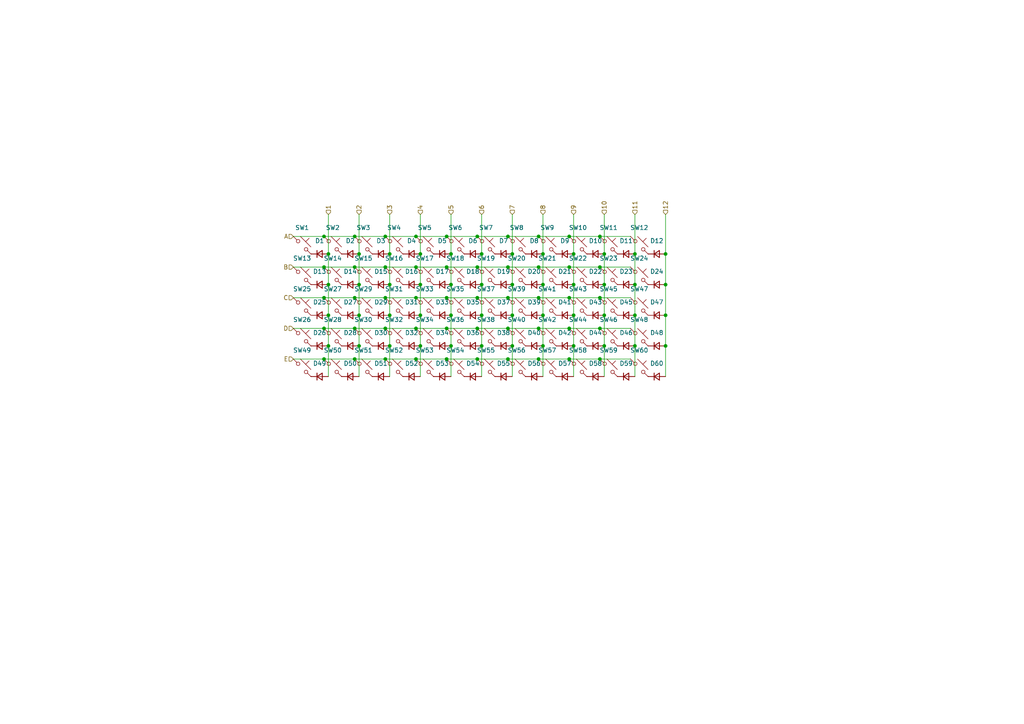
<source format=kicad_sch>
(kicad_sch (version 20250114) (generator "eeschema") (generator_version "9.0")
  (paper "A4")
  (lib_symbols
    (symbol "Device:D_Small" (pin_numbers (hide yes)) (pin_names (offset 0.254) (hide yes))
      (property "Reference" "D" (at -1.27 2.032 0))
      (property "Value" "D_Small" (at -3.81 -2.032 0))
      (symbol "D_Small_0_1"
        (polyline (pts (xy -0.762 0) (xy 0.762 0)))
        (polyline (pts (xy -0.762 -1.016) (xy -0.762 1.016)) (stroke (width 0.254)))
        (polyline (pts (xy 0.762 -1.016) (xy -0.762 0) (xy 0.762 1.016) (xy 0.762 -1.016)) (stroke (width 0.254)))
      )
      (symbol "D_Small_1_1"
        (pin passive line (at -2.54 0 0) (length 1.778) (name "K") (number "1"))
        (pin passive line (at 2.54 0 180) (length 1.778) (name "A") (number "2"))
      )
    )
    (symbol "Switch:SW_Push_45deg" (pin_numbers (hide yes)) (pin_names (offset 1.016) (hide yes))
      (property "Reference" "SW" (at 3.048 1.016 0))
      (property "Value" "SW_Push_45deg" (at 0 -3.81 0))
      (symbol "SW_Push_45deg_0_1"
        (polyline (pts (xy -2.54 2.54) (xy -1.524 1.524) (xy -1.524 1.524)))
        (circle (center -1.1684 1.1684) (radius 0.508))
        (polyline (pts (xy -0.508 2.54) (xy 2.54 -0.508)))
        (polyline (pts (xy 1.016 1.016) (xy 2.032 2.032)))
        (circle (center 1.143 -1.1938) (radius 0.508))
        (polyline (pts (xy 1.524 -1.524) (xy 2.54 -2.54) (xy 2.54 -2.54) (xy 2.54 -2.54)))
        (pin passive line (at -2.54 2.54 0) (length 0) (name "1") (number "1"))
        (pin passive line (at 2.54 -2.54 180) (length 0) (name "2") (number "2"))
      )
    )
  )
  (junction (at 156.21 77.47))
  (junction (at 156.21 68.58))
  (junction (at 166.37 73.66))
  (junction (at 93.98 77.47))
  (junction (at 165.1 68.58))
  (junction (at 157.48 91.44))
  (junction (at 166.37 100.33))
  (junction (at 147.32 95.25))
  (junction (at 156.21 104.14))
  (junction (at 166.37 91.44))
  (junction (at 93.98 104.14))
  (junction (at 175.26 82.55))
  (junction (at 102.87 95.25))
  (junction (at 147.32 77.47))
  (junction (at 139.7 82.55))
  (junction (at 184.15 73.66))
  (junction (at 147.32 104.14))
  (junction (at 129.54 104.14))
  (junction (at 157.48 73.66))
  (junction (at 139.7 73.66))
  (junction (at 129.54 77.47))
  (junction (at 111.76 68.58))
  (junction (at 111.76 95.25))
  (junction (at 111.76 77.47))
  (junction (at 165.1 77.47))
  (junction (at 173.99 77.47))
  (junction (at 147.32 86.36))
  (junction (at 121.92 73.66))
  (junction (at 156.21 95.25))
  (junction (at 138.43 104.14))
  (junction (at 130.81 73.66))
  (junction (at 102.87 86.36))
  (junction (at 104.14 73.66))
  (junction (at 95.25 100.33))
  (junction (at 113.03 91.44))
  (junction (at 111.76 86.36))
  (junction (at 175.26 100.33))
  (junction (at 102.87 104.14))
  (junction (at 93.98 95.25))
  (junction (at 129.54 68.58))
  (junction (at 157.48 82.55))
  (junction (at 193.04 100.33))
  (junction (at 139.7 100.33))
  (junction (at 138.43 86.36))
  (junction (at 120.65 77.47))
  (junction (at 173.99 86.36))
  (junction (at 121.92 82.55))
  (junction (at 138.43 68.58))
  (junction (at 102.87 68.58))
  (junction (at 104.14 91.44))
  (junction (at 120.65 68.58))
  (junction (at 139.7 91.44))
  (junction (at 184.15 100.33))
  (junction (at 113.03 73.66))
  (junction (at 193.04 82.55))
  (junction (at 121.92 100.33))
  (junction (at 173.99 95.25))
  (junction (at 173.99 104.14))
  (junction (at 102.87 77.47))
  (junction (at 148.59 82.55))
  (junction (at 147.32 68.58))
  (junction (at 111.76 104.14))
  (junction (at 130.81 91.44))
  (junction (at 120.65 95.25))
  (junction (at 148.59 100.33))
  (junction (at 184.15 82.55))
  (junction (at 184.15 91.44))
  (junction (at 95.25 82.55))
  (junction (at 104.14 100.33))
  (junction (at 120.65 104.14))
  (junction (at 166.37 82.55))
  (junction (at 130.81 100.33))
  (junction (at 193.04 91.44))
  (junction (at 129.54 86.36))
  (junction (at 138.43 77.47))
  (junction (at 148.59 73.66))
  (junction (at 165.1 104.14))
  (junction (at 129.54 95.25))
  (junction (at 130.81 82.55))
  (junction (at 113.03 82.55))
  (junction (at 93.98 68.58))
  (junction (at 156.21 86.36))
  (junction (at 104.14 82.55))
  (junction (at 165.1 86.36))
  (junction (at 193.04 73.66))
  (junction (at 173.99 68.58))
  (junction (at 113.03 100.33))
  (junction (at 93.98 86.36))
  (junction (at 95.25 73.66))
  (junction (at 138.43 95.25))
  (junction (at 95.25 91.44))
  (junction (at 148.59 91.44))
  (junction (at 121.92 91.44))
  (junction (at 157.48 100.33))
  (junction (at 120.65 86.36))
  (junction (at 175.26 73.66))
  (junction (at 165.1 95.25))
  (junction (at 175.26 91.44))
  (wire (pts (xy 95.25 82.55) (xy 95.25 91.44)))
  (wire (pts (xy 129.54 68.58) (xy 138.43 68.58)))
  (wire (pts (xy 138.43 86.36) (xy 147.32 86.36)))
  (wire (pts (xy 104.14 100.33) (xy 104.14 109.22)))
  (wire (pts (xy 111.76 77.47) (xy 120.65 77.47)))
  (wire (pts (xy 139.7 73.66) (xy 139.7 82.55)))
  (wire (pts (xy 147.32 77.47) (xy 156.21 77.47)))
  (wire (pts (xy 121.92 73.66) (xy 121.92 82.55)))
  (wire (pts (xy 130.81 100.33) (xy 130.81 109.22)))
  (wire (pts (xy 95.25 91.44) (xy 95.25 100.33)))
  (wire (pts (xy 130.81 62.23) (xy 130.81 73.66)))
  (wire (pts (xy 102.87 104.14) (xy 111.76 104.14)))
  (wire (pts (xy 104.14 62.23) (xy 104.14 73.66)))
  (wire (pts (xy 173.99 95.25) (xy 182.88 95.25)))
  (wire (pts (xy 184.15 91.44) (xy 184.15 100.33)))
  (wire (pts (xy 120.65 95.25) (xy 129.54 95.25)))
  (wire (pts (xy 193.04 100.33) (xy 193.04 109.22)))
  (wire (pts (xy 173.99 77.47) (xy 182.88 77.47)))
  (wire (pts (xy 121.92 100.33) (xy 121.92 109.22)))
  (wire (pts (xy 93.98 68.58) (xy 102.87 68.58)))
  (wire (pts (xy 120.65 68.58) (xy 129.54 68.58)))
  (wire (pts (xy 173.99 86.36) (xy 182.88 86.36)))
  (wire (pts (xy 138.43 77.47) (xy 147.32 77.47)))
  (wire (pts (xy 85.09 68.58) (xy 93.98 68.58)))
  (wire (pts (xy 85.09 104.14) (xy 93.98 104.14)))
  (wire (pts (xy 139.7 82.55) (xy 139.7 91.44)))
  (wire (pts (xy 93.98 77.47) (xy 102.87 77.47)))
  (wire (pts (xy 157.48 91.44) (xy 157.48 100.33)))
  (wire (pts (xy 85.09 95.25) (xy 93.98 95.25)))
  (wire (pts (xy 175.26 82.55) (xy 175.26 91.44)))
  (wire (pts (xy 104.14 73.66) (xy 104.14 82.55)))
  (wire (pts (xy 165.1 68.58) (xy 173.99 68.58)))
  (wire (pts (xy 130.81 91.44) (xy 130.81 100.33)))
  (wire (pts (xy 93.98 95.25) (xy 102.87 95.25)))
  (wire (pts (xy 184.15 100.33) (xy 184.15 109.22)))
  (wire (pts (xy 184.15 73.66) (xy 184.15 82.55)))
  (wire (pts (xy 156.21 104.14) (xy 165.1 104.14)))
  (wire (pts (xy 95.25 62.23) (xy 95.25 73.66)))
  (wire (pts (xy 130.81 82.55) (xy 130.81 91.44)))
  (wire (pts (xy 120.65 104.14) (xy 129.54 104.14)))
  (wire (pts (xy 121.92 62.23) (xy 121.92 73.66)))
  (wire (pts (xy 157.48 73.66) (xy 157.48 82.55)))
  (wire (pts (xy 148.59 100.33) (xy 148.59 109.22)))
  (wire (pts (xy 148.59 62.23) (xy 148.59 73.66)))
  (wire (pts (xy 193.04 73.66) (xy 193.04 82.55)))
  (wire (pts (xy 129.54 95.25) (xy 138.43 95.25)))
  (wire (pts (xy 139.7 62.23) (xy 139.7 73.66)))
  (wire (pts (xy 111.76 68.58) (xy 120.65 68.58)))
  (wire (pts (xy 113.03 100.33) (xy 113.03 109.22)))
  (wire (pts (xy 193.04 82.55) (xy 193.04 91.44)))
  (wire (pts (xy 113.03 62.23) (xy 113.03 73.66)))
  (wire (pts (xy 129.54 86.36) (xy 138.43 86.36)))
  (wire (pts (xy 165.1 77.47) (xy 173.99 77.47)))
  (wire (pts (xy 173.99 104.14) (xy 182.88 104.14)))
  (wire (pts (xy 166.37 62.23) (xy 166.37 73.66)))
  (wire (pts (xy 184.15 62.23) (xy 184.15 73.66)))
  (wire (pts (xy 156.21 68.58) (xy 165.1 68.58)))
  (wire (pts (xy 147.32 95.25) (xy 156.21 95.25)))
  (wire (pts (xy 111.76 95.25) (xy 120.65 95.25)))
  (wire (pts (xy 113.03 82.55) (xy 113.03 91.44)))
  (wire (pts (xy 148.59 73.66) (xy 148.59 82.55)))
  (wire (pts (xy 95.25 73.66) (xy 95.25 82.55)))
  (wire (pts (xy 184.15 82.55) (xy 184.15 91.44)))
  (wire (pts (xy 102.87 86.36) (xy 111.76 86.36)))
  (wire (pts (xy 156.21 95.25) (xy 165.1 95.25)))
  (wire (pts (xy 156.21 77.47) (xy 165.1 77.47)))
  (wire (pts (xy 147.32 68.58) (xy 156.21 68.58)))
  (wire (pts (xy 156.21 86.36) (xy 165.1 86.36)))
  (wire (pts (xy 166.37 91.44) (xy 166.37 100.33)))
  (wire (pts (xy 157.48 100.33) (xy 157.48 109.22)))
  (wire (pts (xy 139.7 100.33) (xy 139.7 109.22)))
  (wire (pts (xy 165.1 86.36) (xy 173.99 86.36)))
  (wire (pts (xy 165.1 95.25) (xy 173.99 95.25)))
  (wire (pts (xy 102.87 77.47) (xy 111.76 77.47)))
  (wire (pts (xy 175.26 73.66) (xy 175.26 82.55)))
  (wire (pts (xy 173.99 68.58) (xy 182.88 68.58)))
  (wire (pts (xy 121.92 82.55) (xy 121.92 91.44)))
  (wire (pts (xy 120.65 86.36) (xy 129.54 86.36)))
  (wire (pts (xy 104.14 82.55) (xy 104.14 91.44)))
  (wire (pts (xy 130.81 73.66) (xy 130.81 82.55)))
  (wire (pts (xy 165.1 104.14) (xy 173.99 104.14)))
  (wire (pts (xy 175.26 62.23) (xy 175.26 73.66)))
  (wire (pts (xy 157.48 62.23) (xy 157.48 73.66)))
  (wire (pts (xy 113.03 73.66) (xy 113.03 82.55)))
  (wire (pts (xy 138.43 95.25) (xy 147.32 95.25)))
  (wire (pts (xy 193.04 62.23) (xy 193.04 73.66)))
  (wire (pts (xy 129.54 104.14) (xy 138.43 104.14)))
  (wire (pts (xy 166.37 82.55) (xy 166.37 91.44)))
  (wire (pts (xy 102.87 68.58) (xy 111.76 68.58)))
  (wire (pts (xy 147.32 86.36) (xy 156.21 86.36)))
  (wire (pts (xy 147.32 104.14) (xy 156.21 104.14)))
  (wire (pts (xy 93.98 86.36) (xy 102.87 86.36)))
  (wire (pts (xy 193.04 91.44) (xy 193.04 100.33)))
  (wire (pts (xy 121.92 91.44) (xy 121.92 100.33)))
  (wire (pts (xy 102.87 95.25) (xy 111.76 95.25)))
  (wire (pts (xy 175.26 91.44) (xy 175.26 100.33)))
  (wire (pts (xy 93.98 104.14) (xy 102.87 104.14)))
  (wire (pts (xy 85.09 86.36) (xy 93.98 86.36)))
  (wire (pts (xy 138.43 104.14) (xy 147.32 104.14)))
  (wire (pts (xy 129.54 77.47) (xy 138.43 77.47)))
  (wire (pts (xy 104.14 91.44) (xy 104.14 100.33)))
  (wire (pts (xy 166.37 100.33) (xy 166.37 109.22)))
  (wire (pts (xy 175.26 100.33) (xy 175.26 109.22)))
  (wire (pts (xy 148.59 82.55) (xy 148.59 91.44)))
  (wire (pts (xy 95.25 100.33) (xy 95.25 109.22)))
  (wire (pts (xy 111.76 104.14) (xy 120.65 104.14)))
  (wire (pts (xy 157.48 82.55) (xy 157.48 91.44)))
  (wire (pts (xy 111.76 86.36) (xy 120.65 86.36)))
  (wire (pts (xy 148.59 91.44) (xy 148.59 100.33)))
  (wire (pts (xy 85.09 77.47) (xy 93.98 77.47)))
  (wire (pts (xy 166.37 73.66) (xy 166.37 82.55)))
  (wire (pts (xy 120.65 77.47) (xy 129.54 77.47)))
  (wire (pts (xy 138.43 68.58) (xy 147.32 68.58)))
  (wire (pts (xy 113.03 91.44) (xy 113.03 100.33)))
  (wire (pts (xy 139.7 91.44) (xy 139.7 100.33)))
  (hierarchical_label "B" (shape input) (at 85.09 77.47 180))
  (hierarchical_label "1" (shape input) (at 95.25 62.23 90))
  (hierarchical_label "10" (shape input) (at 175.26 62.23 90))
  (hierarchical_label "12" (shape input) (at 193.04 62.23 90))
  (hierarchical_label "8" (shape input) (at 157.48 62.23 90))
  (hierarchical_label "9" (shape input) (at 166.37 62.23 90))
  (hierarchical_label "4" (shape input) (at 121.92 62.23 90))
  (hierarchical_label "E" (shape input) (at 85.09 104.14 180))
  (hierarchical_label "5" (shape input) (at 130.81 62.23 90))
  (hierarchical_label "6" (shape input) (at 139.7 62.23 90))
  (hierarchical_label "C" (shape input) (at 85.09 86.36 180))
  (hierarchical_label "11" (shape input) (at 184.15 62.23 90))
  (hierarchical_label "7" (shape input) (at 148.59 62.23 90))
  (hierarchical_label "3" (shape input) (at 113.03 62.23 90))
  (hierarchical_label "2" (shape input) (at 104.14 62.23 90))
  (hierarchical_label "A" (shape input) (at 85.09 68.58 180))
  (hierarchical_label "D" (shape input) (at 85.09 95.25 180))
  (symbol (lib_id "Device:D_Small") (at 163.83 82.55 0) (unit 1)
    (property "Reference" "D21" (at 163.83 78.74 0))
    (property "Value" "D_Small" (effects (hide yes)))
    (property "Description" "Diode, small symbol" (effects (hide yes)))
    (property "Sim.Device" "D" (effects (hide yes)))
    (property "Sim.Pins" "1=K 2=A" (effects (hide yes)))
  )
  (symbol (lib_id "Device:D_Small") (at 172.72 82.55 0) (unit 1)
    (property "Reference" "D22" (at 172.72 78.74 0))
    (property "Value" "D_Small" (effects (hide yes)))
    (property "Description" "Diode, small symbol" (effects (hide yes)))
    (property "Sim.Device" "D" (effects (hide yes)))
    (property "Sim.Pins" "1=K 2=A" (effects (hide yes)))
  )
  (symbol (lib_id "Switch:SW_Push_45deg") (at 123.19 97.79 0) (unit 1)
    (property "Reference" "SW34" (at 123.19 92.71 0))
    (property "Value" "SW_Push_45deg" (effects (hide yes)))
    (property "Description" "Push button switch, normally open, two pins, 45° tilted" (effects (hide yes)))
  )
  (symbol (lib_id "Switch:SW_Push_45deg") (at 87.63 88.9 0) (unit 1)
    (property "Reference" "SW25" (at 87.63 83.82 0))
    (property "Value" "SW_Push_45deg" (effects (hide yes)))
    (property "Description" "Push button switch, normally open, two pins, 45° tilted" (effects (hide yes)))
  )
  (symbol (lib_id "Switch:SW_Push_45deg") (at 123.19 80.01 0) (unit 1)
    (property "Reference" "SW17" (at 123.19 74.93 0))
    (property "Value" "SW_Push_45deg" (effects (hide yes)))
    (property "Description" "Push button switch, normally open, two pins, 45° tilted" (effects (hide yes)))
  )
  (symbol (lib_id "Device:D_Small") (at 137.16 109.22 0) (unit 1)
    (property "Reference" "D54" (at 137.16 105.41 0))
    (property "Value" "D_Small" (effects (hide yes)))
    (property "Description" "Diode, small symbol" (effects (hide yes)))
    (property "Sim.Device" "D" (effects (hide yes)))
    (property "Sim.Pins" "1=K 2=A" (effects (hide yes)))
  )
  (symbol (lib_id "Device:D_Small") (at 172.72 73.66 0) (unit 1)
    (property "Reference" "D10" (at 172.72 69.85 0))
    (property "Value" "D_Small" (effects (hide yes)))
    (property "Description" "Diode, small symbol" (effects (hide yes)))
    (property "Sim.Device" "D" (effects (hide yes)))
    (property "Sim.Pins" "1=K 2=A" (effects (hide yes)))
  )
  (symbol (lib_id "Device:D_Small") (at 190.5 91.44 0) (unit 1)
    (property "Reference" "D47" (at 190.5 87.63 0))
    (property "Value" "D_Small" (effects (hide yes)))
    (property "Description" "Diode, small symbol" (effects (hide yes)))
    (property "Sim.Device" "D" (effects (hide yes)))
    (property "Sim.Pins" "1=K 2=A" (effects (hide yes)))
  )
  (symbol (lib_id "Device:D_Small") (at 119.38 109.22 0) (unit 1)
    (property "Reference" "D52" (at 119.38 105.41 0))
    (property "Value" "D_Small" (effects (hide yes)))
    (property "Description" "Diode, small symbol" (effects (hide yes)))
    (property "Sim.Device" "D" (effects (hide yes)))
    (property "Sim.Pins" "1=K 2=A" (effects (hide yes)))
  )
  (symbol (lib_id "Device:D_Small") (at 163.83 73.66 0) (unit 1)
    (property "Reference" "D9" (at 163.83 69.85 0))
    (property "Value" "D_Small" (effects (hide yes)))
    (property "Description" "Diode, small symbol" (effects (hide yes)))
    (property "Sim.Device" "D" (effects (hide yes)))
    (property "Sim.Pins" "1=K 2=A" (effects (hide yes)))
  )
  (symbol (lib_id "Device:D_Small") (at 181.61 91.44 0) (unit 1)
    (property "Reference" "D45" (at 181.61 87.63 0))
    (property "Value" "D_Small" (effects (hide yes)))
    (property "Description" "Diode, small symbol" (effects (hide yes)))
    (property "Sim.Device" "D" (effects (hide yes)))
    (property "Sim.Pins" "1=K 2=A" (effects (hide yes)))
  )
  (symbol (lib_id "Device:D_Small") (at 92.71 73.66 0) (unit 1)
    (property "Reference" "D1" (at 92.71 69.85 0))
    (property "Value" "D_Small" (effects (hide yes)))
    (property "Description" "Diode, small symbol" (effects (hide yes)))
    (property "Sim.Device" "D" (effects (hide yes)))
    (property "Sim.Pins" "1=K 2=A" (effects (hide yes)))
  )
  (symbol (lib_id "Switch:SW_Push_45deg") (at 114.3 97.79 0) (unit 1)
    (property "Reference" "SW32" (at 114.3 92.71 0))
    (property "Value" "SW_Push_45deg" (effects (hide yes)))
    (property "Description" "Push button switch, normally open, two pins, 45° tilted" (effects (hide yes)))
  )
  (symbol (lib_id "Device:D_Small") (at 163.83 100.33 0) (unit 1)
    (property "Reference" "D42" (at 163.83 96.52 0))
    (property "Value" "D_Small" (effects (hide yes)))
    (property "Description" "Diode, small symbol" (effects (hide yes)))
    (property "Sim.Device" "D" (effects (hide yes)))
    (property "Sim.Pins" "1=K 2=A" (effects (hide yes)))
  )
  (symbol (lib_id "Device:D_Small") (at 181.61 73.66 0) (unit 1)
    (property "Reference" "D11" (at 181.61 69.85 0))
    (property "Value" "D_Small" (effects (hide yes)))
    (property "Description" "Diode, small symbol" (effects (hide yes)))
    (property "Sim.Device" "D" (effects (hide yes)))
    (property "Sim.Pins" "1=K 2=A" (effects (hide yes)))
  )
  (symbol (lib_id "Switch:SW_Push_45deg") (at 167.64 80.01 0) (unit 1)
    (property "Reference" "SW22" (at 167.64 74.93 0))
    (property "Value" "SW_Push_45deg" (effects (hide yes)))
    (property "Description" "Push button switch, normally open, two pins, 45° tilted" (effects (hide yes)))
  )
  (symbol (lib_id "Device:D_Small") (at 172.72 91.44 0) (unit 1)
    (property "Reference" "D43" (at 172.72 87.63 0))
    (property "Value" "D_Small" (effects (hide yes)))
    (property "Description" "Diode, small symbol" (effects (hide yes)))
    (property "Sim.Device" "D" (effects (hide yes)))
    (property "Sim.Pins" "1=K 2=A" (effects (hide yes)))
  )
  (symbol (lib_id "Switch:SW_Push_45deg") (at 105.41 71.12 0) (unit 1)
    (property "Reference" "SW3" (at 105.41 66.04 0))
    (property "Value" "SW_Push_45deg" (effects (hide yes)))
    (property "Description" "Push button switch, normally open, two pins, 45° tilted" (effects (hide yes)))
  )
  (symbol (lib_id "Switch:SW_Push_45deg") (at 140.97 97.79 0) (unit 1)
    (property "Reference" "SW38" (at 140.97 92.71 0))
    (property "Value" "SW_Push_45deg" (effects (hide yes)))
    (property "Description" "Push button switch, normally open, two pins, 45° tilted" (effects (hide yes)))
  )
  (symbol (lib_id "Switch:SW_Push_45deg") (at 96.52 97.79 0) (unit 1)
    (property "Reference" "SW28" (at 96.52 92.71 0))
    (property "Value" "SW_Push_45deg" (effects (hide yes)))
    (property "Description" "Push button switch, normally open, two pins, 45° tilted" (effects (hide yes)))
  )
  (symbol (lib_id "Device:D_Small") (at 190.5 73.66 0) (unit 1)
    (property "Reference" "D12" (at 190.5 69.85 0))
    (property "Value" "D_Small" (effects (hide yes)))
    (property "Description" "Diode, small symbol" (effects (hide yes)))
    (property "Sim.Device" "D" (effects (hide yes)))
    (property "Sim.Pins" "1=K 2=A" (effects (hide yes)))
  )
  (symbol (lib_id "Switch:SW_Push_45deg") (at 158.75 106.68 0) (unit 1)
    (property "Reference" "SW57" (at 158.75 101.6 0))
    (property "Value" "SW_Push_45deg" (effects (hide yes)))
    (property "Description" "Push button switch, normally open, two pins, 45° tilted" (effects (hide yes)))
  )
  (symbol (lib_id "Switch:SW_Push_45deg") (at 96.52 106.68 0) (unit 1)
    (property "Reference" "SW50" (at 96.52 101.6 0))
    (property "Value" "SW_Push_45deg" (effects (hide yes)))
    (property "Description" "Push button switch, normally open, two pins, 45° tilted" (effects (hide yes)))
  )
  (symbol (lib_id "Device:D_Small") (at 146.05 100.33 0) (unit 1)
    (property "Reference" "D38" (at 146.05 96.52 0))
    (property "Value" "D_Small" (effects (hide yes)))
    (property "Description" "Diode, small symbol" (effects (hide yes)))
    (property "Sim.Device" "D" (effects (hide yes)))
    (property "Sim.Pins" "1=K 2=A" (effects (hide yes)))
  )
  (symbol (lib_id "Device:D_Small") (at 137.16 73.66 0) (unit 1)
    (property "Reference" "D6" (at 137.16 69.85 0))
    (property "Value" "D_Small" (effects (hide yes)))
    (property "Description" "Diode, small symbol" (effects (hide yes)))
    (property "Sim.Device" "D" (effects (hide yes)))
    (property "Sim.Pins" "1=K 2=A" (effects (hide yes)))
  )
  (symbol (lib_id "Switch:SW_Push_45deg") (at 87.63 97.79 0) (unit 1)
    (property "Reference" "SW26" (at 87.63 92.71 0))
    (property "Value" "SW_Push_45deg" (effects (hide yes)))
    (property "Description" "Push button switch, normally open, two pins, 45° tilted" (effects (hide yes)))
  )
  (symbol (lib_id "Device:D_Small") (at 128.27 73.66 0) (unit 1)
    (property "Reference" "D5" (at 128.27 69.85 0))
    (property "Value" "D_Small" (effects (hide yes)))
    (property "Description" "Diode, small symbol" (effects (hide yes)))
    (property "Sim.Device" "D" (effects (hide yes)))
    (property "Sim.Pins" "1=K 2=A" (effects (hide yes)))
  )
  (symbol (lib_id "Device:D_Small") (at 110.49 91.44 0) (unit 1)
    (property "Reference" "D29" (at 110.49 87.63 0))
    (property "Value" "D_Small" (effects (hide yes)))
    (property "Description" "Diode, small symbol" (effects (hide yes)))
    (property "Sim.Device" "D" (effects (hide yes)))
    (property "Sim.Pins" "1=K 2=A" (effects (hide yes)))
  )
  (symbol (lib_id "Device:D_Small") (at 181.61 109.22 0) (unit 1)
    (property "Reference" "D59" (at 181.61 105.41 0))
    (property "Value" "D_Small" (effects (hide yes)))
    (property "Description" "Diode, small symbol" (effects (hide yes)))
    (property "Sim.Device" "D" (effects (hide yes)))
    (property "Sim.Pins" "1=K 2=A" (effects (hide yes)))
  )
  (symbol (lib_id "Device:D_Small") (at 137.16 100.33 0) (unit 1)
    (property "Reference" "D36" (at 137.16 96.52 0))
    (property "Value" "D_Small" (effects (hide yes)))
    (property "Description" "Diode, small symbol" (effects (hide yes)))
    (property "Sim.Device" "D" (effects (hide yes)))
    (property "Sim.Pins" "1=K 2=A" (effects (hide yes)))
  )
  (symbol (lib_id "Device:D_Small") (at 163.83 91.44 0) (unit 1)
    (property "Reference" "D41" (at 163.83 87.63 0))
    (property "Value" "D_Small" (effects (hide yes)))
    (property "Description" "Diode, small symbol" (effects (hide yes)))
    (property "Sim.Device" "D" (effects (hide yes)))
    (property "Sim.Pins" "1=K 2=A" (effects (hide yes)))
  )
  (symbol (lib_id "Switch:SW_Push_45deg") (at 185.42 106.68 0) (unit 1)
    (property "Reference" "SW60" (at 185.42 101.6 0))
    (property "Value" "SW_Push_45deg" (effects (hide yes)))
    (property "Description" "Push button switch, normally open, two pins, 45° tilted" (effects (hide yes)))
  )
  (symbol (lib_id "Switch:SW_Push_45deg") (at 158.75 97.79 0) (unit 1)
    (property "Reference" "SW42" (at 158.75 92.71 0))
    (property "Value" "SW_Push_45deg" (effects (hide yes)))
    (property "Description" "Push button switch, normally open, two pins, 45° tilted" (effects (hide yes)))
  )
  (symbol (lib_id "Device:D_Small") (at 119.38 73.66 0) (unit 1)
    (property "Reference" "D4" (at 119.38 69.85 0))
    (property "Value" "D_Small" (effects (hide yes)))
    (property "Description" "Diode, small symbol" (effects (hide yes)))
    (property "Sim.Device" "D" (effects (hide yes)))
    (property "Sim.Pins" "1=K 2=A" (effects (hide yes)))
  )
  (symbol (lib_id "Switch:SW_Push_45deg") (at 87.63 80.01 0) (unit 1)
    (property "Reference" "SW13" (at 87.63 74.93 0))
    (property "Value" "SW_Push_45deg" (effects (hide yes)))
    (property "Description" "Push button switch, normally open, two pins, 45° tilted" (effects (hide yes)))
  )
  (symbol (lib_id "Device:D_Small") (at 128.27 91.44 0) (unit 1)
    (property "Reference" "D33" (at 128.27 87.63 0))
    (property "Value" "D_Small" (effects (hide yes)))
    (property "Description" "Diode, small symbol" (effects (hide yes)))
    (property "Sim.Device" "D" (effects (hide yes)))
    (property "Sim.Pins" "1=K 2=A" (effects (hide yes)))
  )
  (symbol (lib_id "Device:D_Small") (at 154.94 100.33 0) (unit 1)
    (property "Reference" "D40" (at 154.94 96.52 0))
    (property "Value" "D_Small" (effects (hide yes)))
    (property "Description" "Diode, small symbol" (effects (hide yes)))
    (property "Sim.Device" "D" (effects (hide yes)))
    (property "Sim.Pins" "1=K 2=A" (effects (hide yes)))
  )
  (symbol (lib_id "Switch:SW_Push_45deg") (at 132.08 88.9 0) (unit 1)
    (property "Reference" "SW35" (at 132.08 83.82 0))
    (property "Value" "SW_Push_45deg" (effects (hide yes)))
    (property "Description" "Push button switch, normally open, two pins, 45° tilted" (effects (hide yes)))
  )
  (symbol (lib_id "Switch:SW_Push_45deg") (at 123.19 71.12 0) (unit 1)
    (property "Reference" "SW5" (at 123.19 66.04 0))
    (property "Value" "SW_Push_45deg" (effects (hide yes)))
    (property "Description" "Push button switch, normally open, two pins, 45° tilted" (effects (hide yes)))
  )
  (symbol (lib_id "Device:D_Small") (at 190.5 100.33 0) (unit 1)
    (property "Reference" "D48" (at 190.5 96.52 0))
    (property "Value" "D_Small" (effects (hide yes)))
    (property "Description" "Diode, small symbol" (effects (hide yes)))
    (property "Sim.Device" "D" (effects (hide yes)))
    (property "Sim.Pins" "1=K 2=A" (effects (hide yes)))
  )
  (symbol (lib_id "Switch:SW_Push_45deg") (at 185.42 97.79 0) (unit 1)
    (property "Reference" "SW48" (at 185.42 92.71 0))
    (property "Value" "SW_Push_45deg" (effects (hide yes)))
    (property "Description" "Push button switch, normally open, two pins, 45° tilted" (effects (hide yes)))
  )
  (symbol (lib_id "Device:D_Small") (at 110.49 100.33 0) (unit 1)
    (property "Reference" "D30" (at 110.49 96.52 0))
    (property "Value" "D_Small" (effects (hide yes)))
    (property "Description" "Diode, small symbol" (effects (hide yes)))
    (property "Sim.Device" "D" (effects (hide yes)))
    (property "Sim.Pins" "1=K 2=A" (effects (hide yes)))
  )
  (symbol (lib_id "Device:D_Small") (at 119.38 82.55 0) (unit 1)
    (property "Reference" "D16" (at 119.38 78.74 0))
    (property "Value" "D_Small" (effects (hide yes)))
    (property "Description" "Diode, small symbol" (effects (hide yes)))
    (property "Sim.Device" "D" (effects (hide yes)))
    (property "Sim.Pins" "1=K 2=A" (effects (hide yes)))
  )
  (symbol (lib_id "Device:D_Small") (at 110.49 82.55 0) (unit 1)
    (property "Reference" "D15" (at 110.49 78.74 0))
    (property "Value" "D_Small" (effects (hide yes)))
    (property "Description" "Diode, small symbol" (effects (hide yes)))
    (property "Sim.Device" "D" (effects (hide yes)))
    (property "Sim.Pins" "1=K 2=A" (effects (hide yes)))
  )
  (symbol (lib_id "Switch:SW_Push_45deg") (at 167.64 97.79 0) (unit 1)
    (property "Reference" "SW44" (at 167.64 92.71 0))
    (property "Value" "SW_Push_45deg" (effects (hide yes)))
    (property "Description" "Push button switch, normally open, two pins, 45° tilted" (effects (hide yes)))
  )
  (symbol (lib_id "Switch:SW_Push_45deg") (at 132.08 80.01 0) (unit 1)
    (property "Reference" "SW18" (at 132.08 74.93 0))
    (property "Value" "SW_Push_45deg" (effects (hide yes)))
    (property "Description" "Push button switch, normally open, two pins, 45° tilted" (effects (hide yes)))
  )
  (symbol (lib_id "Device:D_Small") (at 119.38 100.33 0) (unit 1)
    (property "Reference" "D32" (at 119.38 96.52 0))
    (property "Value" "D_Small" (effects (hide yes)))
    (property "Description" "Diode, small symbol" (effects (hide yes)))
    (property "Sim.Device" "D" (effects (hide yes)))
    (property "Sim.Pins" "1=K 2=A" (effects (hide yes)))
  )
  (symbol (lib_id "Device:D_Small") (at 154.94 82.55 0) (unit 1)
    (property "Reference" "D20" (at 154.94 78.74 0))
    (property "Value" "D_Small" (effects (hide yes)))
    (property "Description" "Diode, small symbol" (effects (hide yes)))
    (property "Sim.Device" "D" (effects (hide yes)))
    (property "Sim.Pins" "1=K 2=A" (effects (hide yes)))
  )
  (symbol (lib_id "Device:D_Small") (at 128.27 100.33 0) (unit 1)
    (property "Reference" "D34" (at 128.27 96.52 0))
    (property "Value" "D_Small" (effects (hide yes)))
    (property "Description" "Diode, small symbol" (effects (hide yes)))
    (property "Sim.Device" "D" (effects (hide yes)))
    (property "Sim.Pins" "1=K 2=A" (effects (hide yes)))
  )
  (symbol (lib_id "Device:D_Small") (at 146.05 109.22 0) (unit 1)
    (property "Reference" "D55" (at 146.05 105.41 0))
    (property "Value" "D_Small" (effects (hide yes)))
    (property "Description" "Diode, small symbol" (effects (hide yes)))
    (property "Sim.Device" "D" (effects (hide yes)))
    (property "Sim.Pins" "1=K 2=A" (effects (hide yes)))
  )
  (symbol (lib_id "Device:D_Small") (at 172.72 109.22 0) (unit 1)
    (property "Reference" "D58" (at 172.72 105.41 0))
    (property "Value" "D_Small" (effects (hide yes)))
    (property "Description" "Diode, small symbol" (effects (hide yes)))
    (property "Sim.Device" "D" (effects (hide yes)))
    (property "Sim.Pins" "1=K 2=A" (effects (hide yes)))
  )
  (symbol (lib_id "Device:D_Small") (at 92.71 82.55 0) (unit 1)
    (property "Reference" "D13" (at 92.71 78.74 0))
    (property "Value" "D_Small" (effects (hide yes)))
    (property "Description" "Diode, small symbol" (effects (hide yes)))
    (property "Sim.Device" "D" (effects (hide yes)))
    (property "Sim.Pins" "1=K 2=A" (effects (hide yes)))
  )
  (symbol (lib_id "Device:D_Small") (at 181.61 100.33 0) (unit 1)
    (property "Reference" "D46" (at 181.61 96.52 0))
    (property "Value" "D_Small" (effects (hide yes)))
    (property "Description" "Diode, small symbol" (effects (hide yes)))
    (property "Sim.Device" "D" (effects (hide yes)))
    (property "Sim.Pins" "1=K 2=A" (effects (hide yes)))
  )
  (symbol (lib_id "Device:D_Small") (at 101.6 109.22 0) (unit 1)
    (property "Reference" "D50" (at 101.6 105.41 0))
    (property "Value" "D_Small" (effects (hide yes)))
    (property "Description" "Diode, small symbol" (effects (hide yes)))
    (property "Sim.Device" "D" (effects (hide yes)))
    (property "Sim.Pins" "1=K 2=A" (effects (hide yes)))
  )
  (symbol (lib_id "Switch:SW_Push_45deg") (at 96.52 71.12 0) (unit 1)
    (property "Reference" "SW2" (at 96.52 66.04 0))
    (property "Value" "SW_Push_45deg" (effects (hide yes)))
    (property "Description" "Push button switch, normally open, two pins, 45° tilted" (effects (hide yes)))
  )
  (symbol (lib_id "Device:D_Small") (at 92.71 100.33 0) (unit 1)
    (property "Reference" "D26" (at 92.71 96.52 0))
    (property "Value" "D_Small" (effects (hide yes)))
    (property "Description" "Diode, small symbol" (effects (hide yes)))
    (property "Sim.Device" "D" (effects (hide yes)))
    (property "Sim.Pins" "1=K 2=A" (effects (hide yes)))
  )
  (symbol (lib_id "Device:D_Small") (at 92.71 109.22 0) (unit 1)
    (property "Reference" "D49" (at 92.71 105.41 0))
    (property "Value" "D_Small" (effects (hide yes)))
    (property "Description" "Diode, small symbol" (effects (hide yes)))
    (property "Sim.Device" "D" (effects (hide yes)))
    (property "Sim.Pins" "1=K 2=A" (effects (hide yes)))
  )
  (symbol (lib_id "Switch:SW_Push_45deg") (at 158.75 88.9 0) (unit 1)
    (property "Reference" "SW41" (at 158.75 83.82 0))
    (property "Value" "SW_Push_45deg" (effects (hide yes)))
    (property "Description" "Push button switch, normally open, two pins, 45° tilted" (effects (hide yes)))
  )
  (symbol (lib_id "Device:D_Small") (at 172.72 100.33 0) (unit 1)
    (property "Reference" "D44" (at 172.72 96.52 0))
    (property "Value" "D_Small" (effects (hide yes)))
    (property "Description" "Diode, small symbol" (effects (hide yes)))
    (property "Sim.Device" "D" (effects (hide yes)))
    (property "Sim.Pins" "1=K 2=A" (effects (hide yes)))
  )
  (symbol (lib_id "Device:D_Small") (at 101.6 100.33 0) (unit 1)
    (property "Reference" "D28" (at 101.6 96.52 0))
    (property "Value" "D_Small" (effects (hide yes)))
    (property "Description" "Diode, small symbol" (effects (hide yes)))
    (property "Sim.Device" "D" (effects (hide yes)))
    (property "Sim.Pins" "1=K 2=A" (effects (hide yes)))
  )
  (symbol (lib_id "Switch:SW_Push_45deg") (at 87.63 71.12 0) (unit 1)
    (property "Reference" "SW1" (at 87.63 66.04 0))
    (property "Value" "SW_Push_45deg" (effects (hide yes)))
    (property "Description" "Push button switch, normally open, two pins, 45° tilted" (effects (hide yes)))
  )
  (symbol (lib_id "Device:D_Small") (at 154.94 73.66 0) (unit 1)
    (property "Reference" "D8" (at 154.94 69.85 0))
    (property "Value" "D_Small" (effects (hide yes)))
    (property "Description" "Diode, small symbol" (effects (hide yes)))
    (property "Sim.Device" "D" (effects (hide yes)))
    (property "Sim.Pins" "1=K 2=A" (effects (hide yes)))
  )
  (symbol (lib_id "Device:D_Small") (at 163.83 109.22 0) (unit 1)
    (property "Reference" "D57" (at 163.83 105.41 0))
    (property "Value" "D_Small" (effects (hide yes)))
    (property "Description" "Diode, small symbol" (effects (hide yes)))
    (property "Sim.Device" "D" (effects (hide yes)))
    (property "Sim.Pins" "1=K 2=A" (effects (hide yes)))
  )
  (symbol (lib_id "Switch:SW_Push_45deg") (at 132.08 97.79 0) (unit 1)
    (property "Reference" "SW36" (at 132.08 92.71 0))
    (property "Value" "SW_Push_45deg" (effects (hide yes)))
    (property "Description" "Push button switch, normally open, two pins, 45° tilted" (effects (hide yes)))
  )
  (symbol (lib_id "Device:D_Small") (at 92.71 91.44 0) (unit 1)
    (property "Reference" "D25" (at 92.71 87.63 0))
    (property "Value" "D_Small" (effects (hide yes)))
    (property "Description" "Diode, small symbol" (effects (hide yes)))
    (property "Sim.Device" "D" (effects (hide yes)))
    (property "Sim.Pins" "1=K 2=A" (effects (hide yes)))
  )
  (symbol (lib_id "Switch:SW_Push_45deg") (at 140.97 88.9 0) (unit 1)
    (property "Reference" "SW37" (at 140.97 83.82 0))
    (property "Value" "SW_Push_45deg" (effects (hide yes)))
    (property "Description" "Push button switch, normally open, two pins, 45° tilted" (effects (hide yes)))
  )
  (symbol (lib_id "Switch:SW_Push_45deg") (at 149.86 71.12 0) (unit 1)
    (property "Reference" "SW8" (at 149.86 66.04 0))
    (property "Value" "SW_Push_45deg" (effects (hide yes)))
    (property "Description" "Push button switch, normally open, two pins, 45° tilted" (effects (hide yes)))
  )
  (symbol (lib_id "Switch:SW_Push_45deg") (at 132.08 106.68 0) (unit 1)
    (property "Reference" "SW54" (at 132.08 101.6 0))
    (property "Value" "SW_Push_45deg" (effects (hide yes)))
    (property "Description" "Push button switch, normally open, two pins, 45° tilted" (effects (hide yes)))
  )
  (symbol (lib_id "Switch:SW_Push_45deg") (at 158.75 71.12 0) (unit 1)
    (property "Reference" "SW9" (at 158.75 66.04 0))
    (property "Value" "SW_Push_45deg" (effects (hide yes)))
    (property "Description" "Push button switch, normally open, two pins, 45° tilted" (effects (hide yes)))
  )
  (symbol (lib_id "Switch:SW_Push_45deg") (at 167.64 106.68 0) (unit 1)
    (property "Reference" "SW58" (at 167.64 101.6 0))
    (property "Value" "SW_Push_45deg" (effects (hide yes)))
    (property "Description" "Push button switch, normally open, two pins, 45° tilted" (effects (hide yes)))
  )
  (symbol (lib_id "Device:D_Small") (at 101.6 91.44 0) (unit 1)
    (property "Reference" "D27" (at 101.6 87.63 0))
    (property "Value" "D_Small" (effects (hide yes)))
    (property "Description" "Diode, small symbol" (effects (hide yes)))
    (property "Sim.Device" "D" (effects (hide yes)))
    (property "Sim.Pins" "1=K 2=A" (effects (hide yes)))
  )
  (symbol (lib_id "Device:D_Small") (at 146.05 91.44 0) (unit 1)
    (property "Reference" "D37" (at 146.05 87.63 0))
    (property "Value" "D_Small" (effects (hide yes)))
    (property "Description" "Diode, small symbol" (effects (hide yes)))
    (property "Sim.Device" "D" (effects (hide yes)))
    (property "Sim.Pins" "1=K 2=A" (effects (hide yes)))
  )
  (symbol (lib_id "Switch:SW_Push_45deg") (at 176.53 71.12 0) (unit 1)
    (property "Reference" "SW11" (at 176.53 66.04 0))
    (property "Value" "SW_Push_45deg" (effects (hide yes)))
    (property "Description" "Push button switch, normally open, two pins, 45° tilted" (effects (hide yes)))
  )
  (symbol (lib_id "Switch:SW_Push_45deg") (at 96.52 80.01 0) (unit 1)
    (property "Reference" "SW14" (at 96.52 74.93 0))
    (property "Value" "SW_Push_45deg" (effects (hide yes)))
    (property "Description" "Push button switch, normally open, two pins, 45° tilted" (effects (hide yes)))
  )
  (symbol (lib_id "Device:D_Small") (at 181.61 82.55 0) (unit 1)
    (property "Reference" "D23" (at 181.61 78.74 0))
    (property "Value" "D_Small" (effects (hide yes)))
    (property "Description" "Diode, small symbol" (effects (hide yes)))
    (property "Sim.Device" "D" (effects (hide yes)))
    (property "Sim.Pins" "1=K 2=A" (effects (hide yes)))
  )
  (symbol (lib_id "Device:D_Small") (at 190.5 109.22 0) (unit 1)
    (property "Reference" "D60" (at 190.5 105.41 0))
    (property "Value" "D_Small" (effects (hide yes)))
    (property "Description" "Diode, small symbol" (effects (hide yes)))
    (property "Sim.Device" "D" (effects (hide yes)))
    (property "Sim.Pins" "1=K 2=A" (effects (hide yes)))
  )
  (symbol (lib_id "Switch:SW_Push_45deg") (at 185.42 88.9 0) (unit 1)
    (property "Reference" "SW47" (at 185.42 83.82 0))
    (property "Value" "SW_Push_45deg" (effects (hide yes)))
    (property "Description" "Push button switch, normally open, two pins, 45° tilted" (effects (hide yes)))
  )
  (symbol (lib_id "Switch:SW_Push_45deg") (at 105.41 97.79 0) (unit 1)
    (property "Reference" "SW30" (at 105.41 92.71 0))
    (property "Value" "SW_Push_45deg" (effects (hide yes)))
    (property "Description" "Push button switch, normally open, two pins, 45° tilted" (effects (hide yes)))
  )
  (symbol (lib_id "Switch:SW_Push_45deg") (at 114.3 88.9 0) (unit 1)
    (property "Reference" "SW31" (at 114.3 83.82 0))
    (property "Value" "SW_Push_45deg" (effects (hide yes)))
    (property "Description" "Push button switch, normally open, two pins, 45° tilted" (effects (hide yes)))
  )
  (symbol (lib_id "Switch:SW_Push_45deg") (at 140.97 106.68 0) (unit 1)
    (property "Reference" "SW55" (at 140.97 101.6 0))
    (property "Value" "SW_Push_45deg" (effects (hide yes)))
    (property "Description" "Push button switch, normally open, two pins, 45° tilted" (effects (hide yes)))
  )
  (symbol (lib_id "Device:D_Small") (at 146.05 82.55 0) (unit 1)
    (property "Reference" "D19" (at 146.05 78.74 0))
    (property "Value" "D_Small" (effects (hide yes)))
    (property "Description" "Diode, small symbol" (effects (hide yes)))
    (property "Sim.Device" "D" (effects (hide yes)))
    (property "Sim.Pins" "1=K 2=A" (effects (hide yes)))
  )
  (symbol (lib_id "Switch:SW_Push_45deg") (at 114.3 80.01 0) (unit 1)
    (property "Reference" "SW16" (at 114.3 74.93 0))
    (property "Value" "SW_Push_45deg" (effects (hide yes)))
    (property "Description" "Push button switch, normally open, two pins, 45° tilted" (effects (hide yes)))
  )
  (symbol (lib_id "Switch:SW_Push_45deg") (at 149.86 88.9 0) (unit 1)
    (property "Reference" "SW39" (at 149.86 83.82 0))
    (property "Value" "SW_Push_45deg" (effects (hide yes)))
    (property "Description" "Push button switch, normally open, two pins, 45° tilted" (effects (hide yes)))
  )
  (symbol (lib_id "Device:D_Small") (at 101.6 73.66 0) (unit 1)
    (property "Reference" "D2" (at 101.6 69.85 0))
    (property "Value" "D_Small" (effects (hide yes)))
    (property "Description" "Diode, small symbol" (effects (hide yes)))
    (property "Sim.Device" "D" (effects (hide yes)))
    (property "Sim.Pins" "1=K 2=A" (effects (hide yes)))
  )
  (symbol (lib_id "Device:D_Small") (at 128.27 109.22 0) (unit 1)
    (property "Reference" "D53" (at 128.27 105.41 0))
    (property "Value" "D_Small" (effects (hide yes)))
    (property "Description" "Diode, small symbol" (effects (hide yes)))
    (property "Sim.Device" "D" (effects (hide yes)))
    (property "Sim.Pins" "1=K 2=A" (effects (hide yes)))
  )
  (symbol (lib_id "Switch:SW_Push_45deg") (at 167.64 71.12 0) (unit 1)
    (property "Reference" "SW10" (at 167.64 66.04 0))
    (property "Value" "SW_Push_45deg" (effects (hide yes)))
    (property "Description" "Push button switch, normally open, two pins, 45° tilted" (effects (hide yes)))
  )
  (symbol (lib_id "Switch:SW_Push_45deg") (at 87.63 106.68 0) (unit 1)
    (property "Reference" "SW49" (at 87.63 101.6 0))
    (property "Value" "SW_Push_45deg" (effects (hide yes)))
    (property "Description" "Push button switch, normally open, two pins, 45° tilted" (effects (hide yes)))
  )
  (symbol (lib_id "Device:D_Small") (at 146.05 73.66 0) (unit 1)
    (property "Reference" "D7" (at 146.05 69.85 0))
    (property "Value" "D_Small" (effects (hide yes)))
    (property "Description" "Diode, small symbol" (effects (hide yes)))
    (property "Sim.Device" "D" (effects (hide yes)))
    (property "Sim.Pins" "1=K 2=A" (effects (hide yes)))
  )
  (symbol (lib_id "Switch:SW_Push_45deg") (at 140.97 80.01 0) (unit 1)
    (property "Reference" "SW19" (at 140.97 74.93 0))
    (property "Value" "SW_Push_45deg" (effects (hide yes)))
    (property "Description" "Push button switch, normally open, two pins, 45° tilted" (effects (hide yes)))
  )
  (symbol (lib_id "Device:D_Small") (at 154.94 91.44 0) (unit 1)
    (property "Reference" "D39" (at 154.94 87.63 0))
    (property "Value" "D_Small" (effects (hide yes)))
    (property "Description" "Diode, small symbol" (effects (hide yes)))
    (property "Sim.Device" "D" (effects (hide yes)))
    (property "Sim.Pins" "1=K 2=A" (effects (hide yes)))
  )
  (symbol (lib_id "Device:D_Small") (at 110.49 109.22 0) (unit 1)
    (property "Reference" "D51" (at 110.49 105.41 0))
    (property "Value" "D_Small" (effects (hide yes)))
    (property "Description" "Diode, small symbol" (effects (hide yes)))
    (property "Sim.Device" "D" (effects (hide yes)))
    (property "Sim.Pins" "1=K 2=A" (effects (hide yes)))
  )
  (symbol (lib_id "Switch:SW_Push_45deg") (at 176.53 97.79 0) (unit 1)
    (property "Reference" "SW46" (at 176.53 92.71 0))
    (property "Value" "SW_Push_45deg" (effects (hide yes)))
    (property "Description" "Push button switch, normally open, two pins, 45° tilted" (effects (hide yes)))
  )
  (symbol (lib_id "Switch:SW_Push_45deg") (at 176.53 88.9 0) (unit 1)
    (property "Reference" "SW45" (at 176.53 83.82 0))
    (property "Value" "SW_Push_45deg" (effects (hide yes)))
    (property "Description" "Push button switch, normally open, two pins, 45° tilted" (effects (hide yes)))
  )
  (symbol (lib_id "Switch:SW_Push_45deg") (at 149.86 106.68 0) (unit 1)
    (property "Reference" "SW56" (at 149.86 101.6 0))
    (property "Value" "SW_Push_45deg" (effects (hide yes)))
    (property "Description" "Push button switch, normally open, two pins, 45° tilted" (effects (hide yes)))
  )
  (symbol (lib_id "Switch:SW_Push_45deg") (at 132.08 71.12 0) (unit 1)
    (property "Reference" "SW6" (at 132.08 66.04 0))
    (property "Value" "SW_Push_45deg" (effects (hide yes)))
    (property "Description" "Push button switch, normally open, two pins, 45° tilted" (effects (hide yes)))
  )
  (symbol (lib_id "Switch:SW_Push_45deg") (at 176.53 106.68 0) (unit 1)
    (property "Reference" "SW59" (at 176.53 101.6 0))
    (property "Value" "SW_Push_45deg" (effects (hide yes)))
    (property "Description" "Push button switch, normally open, two pins, 45° tilted" (effects (hide yes)))
  )
  (symbol (lib_id "Switch:SW_Push_45deg") (at 176.53 80.01 0) (unit 1)
    (property "Reference" "SW23" (at 176.53 74.93 0))
    (property "Value" "SW_Push_45deg" (effects (hide yes)))
    (property "Description" "Push button switch, normally open, two pins, 45° tilted" (effects (hide yes)))
  )
  (symbol (lib_id "Switch:SW_Push_45deg") (at 105.41 80.01 0) (unit 1)
    (property "Reference" "SW15" (at 105.41 74.93 0))
    (property "Value" "SW_Push_45deg" (effects (hide yes)))
    (property "Description" "Push button switch, normally open, two pins, 45° tilted" (effects (hide yes)))
  )
  (symbol (lib_id "Switch:SW_Push_45deg") (at 185.42 80.01 0) (unit 1)
    (property "Reference" "SW24" (at 185.42 74.93 0))
    (property "Value" "SW_Push_45deg" (effects (hide yes)))
    (property "Description" "Push button switch, normally open, two pins, 45° tilted" (effects (hide yes)))
  )
  (symbol (lib_id "Switch:SW_Push_45deg") (at 185.42 71.12 0) (unit 1)
    (property "Reference" "SW12" (at 185.42 66.04 0))
    (property "Value" "SW_Push_45deg" (effects (hide yes)))
    (property "Description" "Push button switch, normally open, two pins, 45° tilted" (effects (hide yes)))
  )
  (symbol (lib_id "Switch:SW_Push_45deg") (at 149.86 97.79 0) (unit 1)
    (property "Reference" "SW40" (at 149.86 92.71 0))
    (property "Value" "SW_Push_45deg" (effects (hide yes)))
    (property "Description" "Push button switch, normally open, two pins, 45° tilted" (effects (hide yes)))
  )
  (symbol (lib_id "Switch:SW_Push_45deg") (at 158.75 80.01 0) (unit 1)
    (property "Reference" "SW21" (at 158.75 74.93 0))
    (property "Value" "SW_Push_45deg" (effects (hide yes)))
    (property "Description" "Push button switch, normally open, two pins, 45° tilted" (effects (hide yes)))
  )
  (symbol (lib_id "Switch:SW_Push_45deg") (at 96.52 88.9 0) (unit 1)
    (property "Reference" "SW27" (at 96.52 83.82 0))
    (property "Value" "SW_Push_45deg" (effects (hide yes)))
    (property "Description" "Push button switch, normally open, two pins, 45° tilted" (effects (hide yes)))
  )
  (symbol (lib_id "Switch:SW_Push_45deg") (at 105.41 106.68 0) (unit 1)
    (property "Reference" "SW51" (at 105.41 101.6 0))
    (property "Value" "SW_Push_45deg" (effects (hide yes)))
    (property "Description" "Push button switch, normally open, two pins, 45° tilted" (effects (hide yes)))
  )
  (symbol (lib_id "Switch:SW_Push_45deg") (at 123.19 106.68 0) (unit 1)
    (property "Reference" "SW53" (at 123.19 101.6 0))
    (property "Value" "SW_Push_45deg" (effects (hide yes)))
    (property "Description" "Push button switch, normally open, two pins, 45° tilted" (effects (hide yes)))
  )
  (symbol (lib_id "Device:D_Small") (at 110.49 73.66 0) (unit 1)
    (property "Reference" "D3" (at 110.49 69.85 0))
    (property "Value" "D_Small" (effects (hide yes)))
    (property "Description" "Diode, small symbol" (effects (hide yes)))
    (property "Sim.Device" "D" (effects (hide yes)))
    (property "Sim.Pins" "1=K 2=A" (effects (hide yes)))
  )
  (symbol (lib_id "Device:D_Small") (at 190.5 82.55 0) (unit 1)
    (property "Reference" "D24" (at 190.5 78.74 0))
    (property "Value" "D_Small" (effects (hide yes)))
    (property "Description" "Diode, small symbol" (effects (hide yes)))
    (property "Sim.Device" "D" (effects (hide yes)))
    (property "Sim.Pins" "1=K 2=A" (effects (hide yes)))
  )
  (symbol (lib_id "Switch:SW_Push_45deg") (at 114.3 71.12 0) (unit 1)
    (property "Reference" "SW4" (at 114.3 66.04 0))
    (property "Value" "SW_Push_45deg" (effects (hide yes)))
    (property "Description" "Push button switch, normally open, two pins, 45° tilted" (effects (hide yes)))
  )
  (symbol (lib_id "Switch:SW_Push_45deg") (at 123.19 88.9 0) (unit 1)
    (property "Reference" "SW33" (at 123.19 83.82 0))
    (property "Value" "SW_Push_45deg" (effects (hide yes)))
    (property "Description" "Push button switch, normally open, two pins, 45° tilted" (effects (hide yes)))
  )
  (symbol (lib_id "Device:D_Small") (at 101.6 82.55 0) (unit 1)
    (property "Reference" "D14" (at 101.6 78.74 0))
    (property "Value" "D_Small" (effects (hide yes)))
    (property "Description" "Diode, small symbol" (effects (hide yes)))
    (property "Sim.Device" "D" (effects (hide yes)))
    (property "Sim.Pins" "1=K 2=A" (effects (hide yes)))
  )
  (symbol (lib_id "Device:D_Small") (at 154.94 109.22 0) (unit 1)
    (property "Reference" "D56" (at 154.94 105.41 0))
    (property "Value" "D_Small" (effects (hide yes)))
    (property "Description" "Diode, small symbol" (effects (hide yes)))
    (property "Sim.Device" "D" (effects (hide yes)))
    (property "Sim.Pins" "1=K 2=A" (effects (hide yes)))
  )
  (symbol (lib_id "Device:D_Small") (at 137.16 91.44 0) (unit 1)
    (property "Reference" "D35" (at 137.16 87.63 0))
    (property "Value" "D_Small" (effects (hide yes)))
    (property "Description" "Diode, small symbol" (effects (hide yes)))
    (property "Sim.Device" "D" (effects (hide yes)))
    (property "Sim.Pins" "1=K 2=A" (effects (hide yes)))
  )
  (symbol (lib_id "Device:D_Small") (at 128.27 82.55 0) (unit 1)
    (property "Reference" "D17" (at 128.27 78.74 0))
    (property "Value" "D_Small" (effects (hide yes)))
    (property "Description" "Diode, small symbol" (effects (hide yes)))
    (property "Sim.Device" "D" (effects (hide yes)))
    (property "Sim.Pins" "1=K 2=A" (effects (hide yes)))
  )
  (symbol (lib_id "Switch:SW_Push_45deg") (at 140.97 71.12 0) (unit 1)
    (property "Reference" "SW7" (at 140.97 66.04 0))
    (property "Value" "SW_Push_45deg" (effects (hide yes)))
    (property "Description" "Push button switch, normally open, two pins, 45° tilted" (effects (hide yes)))
  )
  (symbol (lib_id "Switch:SW_Push_45deg") (at 114.3 106.68 0) (unit 1)
    (property "Reference" "SW52" (at 114.3 101.6 0))
    (property "Value" "SW_Push_45deg" (effects (hide yes)))
    (property "Description" "Push button switch, normally open, two pins, 45° tilted" (effects (hide yes)))
  )
  (symbol (lib_id "Device:D_Small") (at 137.16 82.55 0) (unit 1)
    (property "Reference" "D18" (at 137.16 78.74 0))
    (property "Value" "D_Small" (effects (hide yes)))
    (property "Description" "Diode, small symbol" (effects (hide yes)))
    (property "Sim.Device" "D" (effects (hide yes)))
    (property "Sim.Pins" "1=K 2=A" (effects (hide yes)))
  )
  (symbol (lib_id "Switch:SW_Push_45deg") (at 149.86 80.01 0) (unit 1)
    (property "Reference" "SW20" (at 149.86 74.93 0))
    (property "Value" "SW_Push_45deg" (effects (hide yes)))
    (property "Description" "Push button switch, normally open, two pins, 45° tilted" (effects (hide yes)))
  )
  (symbol (lib_id "Switch:SW_Push_45deg") (at 105.41 88.9 0) (unit 1)
    (property "Reference" "SW29" (at 105.41 83.82 0))
    (property "Value" "SW_Push_45deg" (effects (hide yes)))
    (property "Description" "Push button switch, normally open, two pins, 45° tilted" (effects (hide yes)))
  )
  (symbol (lib_id "Switch:SW_Push_45deg") (at 167.64 88.9 0) (unit 1)
    (property "Reference" "SW43" (at 167.64 83.82 0))
    (property "Value" "SW_Push_45deg" (effects (hide yes)))
    (property "Description" "Push button switch, normally open, two pins, 45° tilted" (effects (hide yes)))
  )
  (symbol (lib_id "Device:D_Small") (at 119.38 91.44 0) (unit 1)
    (property "Reference" "D31" (at 119.38 87.63 0))
    (property "Value" "D_Small" (effects (hide yes)))
    (property "Description" "Diode, small symbol" (effects (hide yes)))
    (property "Sim.Device" "D" (effects (hide yes)))
    (property "Sim.Pins" "1=K 2=A" (effects (hide yes)))
  )
)
</source>
